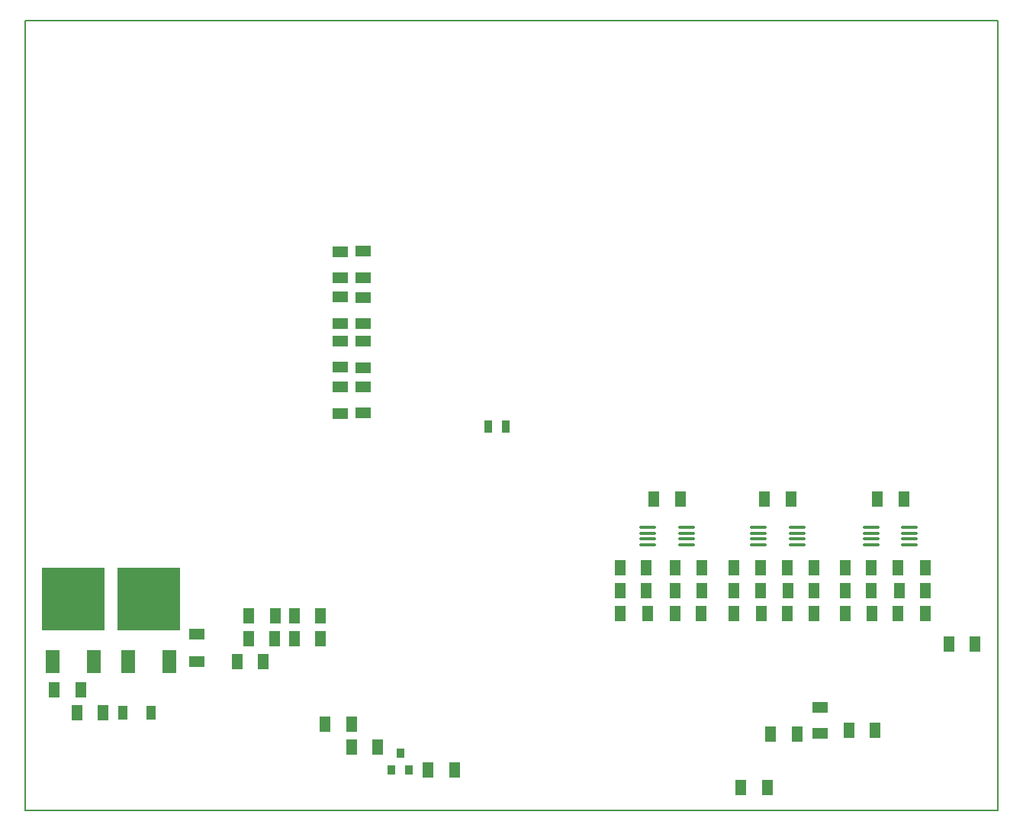
<source format=gbr>
G04 PROTEUS GERBER X2 FILE*
%TF.GenerationSoftware,Labcenter,Proteus,8.7-SP3-Build25561*%
%TF.CreationDate,2021-07-01T20:15:02+00:00*%
%TF.FileFunction,Paste,Bot*%
%TF.FilePolarity,Positive*%
%TF.Part,Single*%
%TF.SameCoordinates,{0ff4b75a-929f-468c-805a-ac40d57636d7}*%
%FSLAX45Y45*%
%MOMM*%
G01*
%TA.AperFunction,Material*%
%ADD100R,1.803400X1.143000*%
%TA.AperFunction,Material*%
%ADD92R,6.985000X6.985000*%
%ADD93R,1.524000X2.540000*%
%TA.AperFunction,Material*%
%ADD95R,1.143000X1.803400*%
%AMPPAD075*
4,1,36,
0.901700,-0.025400,
0.901700,0.025400,
0.898160,0.061750,
0.887980,0.095370,
0.871810,0.125600,
0.850300,0.151800,
0.824110,0.173310,
0.793870,0.189480,
0.760250,0.199660,
0.723900,0.203200,
-0.723900,0.203200,
-0.760250,0.199660,
-0.793870,0.189480,
-0.824110,0.173310,
-0.850300,0.151800,
-0.871810,0.125600,
-0.887980,0.095370,
-0.898160,0.061750,
-0.901700,0.025400,
-0.901700,-0.025400,
-0.898160,-0.061750,
-0.887980,-0.095370,
-0.871810,-0.125600,
-0.850300,-0.151800,
-0.824110,-0.173310,
-0.793870,-0.189480,
-0.760250,-0.199660,
-0.723900,-0.203200,
0.723900,-0.203200,
0.760250,-0.199660,
0.793870,-0.189480,
0.824110,-0.173310,
0.850300,-0.151800,
0.871810,-0.125600,
0.887980,-0.095370,
0.898160,-0.061750,
0.901700,-0.025400,
0*%
%TA.AperFunction,Material*%
%ADD85PPAD075*%
%TA.AperFunction,Material*%
%ADD107R,1.016000X1.524000*%
%ADD108R,0.939800X1.447800*%
%TA.AperFunction,Material*%
%ADD103R,0.889000X1.016000*%
%TA.AperFunction,Profile*%
%ADD39C,0.203200*%
%TD.AperFunction*%
D100*
X+2413000Y-716000D03*
X+2413000Y-1016000D03*
X+2413000Y-218000D03*
X+2413000Y-508000D03*
X+2667000Y-208000D03*
X+2667000Y-508000D03*
X+2667000Y-726000D03*
X+2667000Y-1016000D03*
D92*
X-546100Y-4071620D03*
D93*
X-317500Y-4762500D03*
X-774700Y-4762500D03*
D92*
X+292100Y-4071620D03*
D93*
X+520700Y-4762500D03*
X+63500Y-4762500D03*
D95*
X-462000Y-5080000D03*
X-762000Y-5080000D03*
D100*
X+825500Y-4762500D03*
X+825500Y-4462500D03*
X+2667000Y-1206500D03*
X+2667000Y-1506500D03*
X+2413000Y-1714500D03*
X+2413000Y-2014500D03*
X+2667000Y-1714500D03*
X+2667000Y-2004500D03*
X+2413000Y-1206500D03*
X+2413000Y-1496500D03*
D85*
X+6259000Y-3273402D03*
X+6259000Y-3338402D03*
X+6259000Y-3403402D03*
X+6259000Y-3468402D03*
X+5829000Y-3468402D03*
X+5829000Y-3403402D03*
X+5829000Y-3338402D03*
X+5829000Y-3273402D03*
X+7486107Y-3273033D03*
X+7486107Y-3338033D03*
X+7486107Y-3403033D03*
X+7486107Y-3468033D03*
X+7056107Y-3468033D03*
X+7056107Y-3403033D03*
X+7056107Y-3338033D03*
X+7056107Y-3273033D03*
X+8735869Y-3274533D03*
X+8735869Y-3339533D03*
X+8735869Y-3404533D03*
X+8735869Y-3469533D03*
X+8305869Y-3469533D03*
X+8305869Y-3404533D03*
X+8305869Y-3339533D03*
X+8305869Y-3274533D03*
D95*
X+6195500Y-2957402D03*
X+5895500Y-2957402D03*
X+7422607Y-2957033D03*
X+7122607Y-2957033D03*
X+8672369Y-2958533D03*
X+8372369Y-2958533D03*
X+6432000Y-3719402D03*
X+6132000Y-3719402D03*
X+7676607Y-3719033D03*
X+7376607Y-3719033D03*
X+8908869Y-3719033D03*
X+8608869Y-3719033D03*
X+6432000Y-3973402D03*
X+6132000Y-3973402D03*
X+5824500Y-4227402D03*
X+5524500Y-4227402D03*
X+5524500Y-3719402D03*
X+5814500Y-3719402D03*
X+6422000Y-4227402D03*
X+6132000Y-4227402D03*
X+5814500Y-3973402D03*
X+5524500Y-3973402D03*
X+6787607Y-3719033D03*
X+7077607Y-3719033D03*
X+7676607Y-3973033D03*
X+7386607Y-3973033D03*
X+7077607Y-3973033D03*
X+6787607Y-3973033D03*
X+8019869Y-3719033D03*
X+8309869Y-3719033D03*
X+8908869Y-3973033D03*
X+8618869Y-3973033D03*
X+8309869Y-3973033D03*
X+8019869Y-3973033D03*
X+7087607Y-4227033D03*
X+6787607Y-4227033D03*
X+7676607Y-4227033D03*
X+7376607Y-4227033D03*
X+8319869Y-4227033D03*
X+8019869Y-4227033D03*
X+8908869Y-4227033D03*
X+8608869Y-4227033D03*
X+7158000Y-6159500D03*
X+6858000Y-6159500D03*
X+1697000Y-4254500D03*
X+1397000Y-4254500D03*
D107*
X+0Y-5334000D03*
X+314960Y-5334000D03*
D95*
X+8064500Y-5524500D03*
X+8354500Y-5524500D03*
X+7193500Y-5570499D03*
X+7483500Y-5570499D03*
D100*
X+7737500Y-5560500D03*
X+7737500Y-5270500D03*
D95*
X+9171500Y-4572000D03*
X+9461500Y-4572000D03*
X-218000Y-5334000D03*
X-508000Y-5334000D03*
X+1905000Y-4508500D03*
X+2195000Y-4508500D03*
X+1905000Y-4254500D03*
X+2195000Y-4254500D03*
X+1397000Y-4508500D03*
X+1687000Y-4508500D03*
X+1560000Y-4762500D03*
X+1270000Y-4762500D03*
D108*
X+4054500Y-2159000D03*
X+4254500Y-2159000D03*
D95*
X+2540000Y-5461000D03*
X+2250000Y-5461000D03*
X+3393000Y-5969000D03*
X+3683000Y-5969000D03*
X+2830000Y-5715000D03*
X+2540000Y-5715000D03*
D103*
X+3081020Y-5778500D03*
X+3175000Y-5969000D03*
X+2987040Y-5969000D03*
D39*
X-1079500Y-6413500D02*
X+9715500Y-6413500D01*
X+9715500Y+2349500D01*
X-1079500Y+2349500D01*
X-1079500Y-6413500D01*
M02*

</source>
